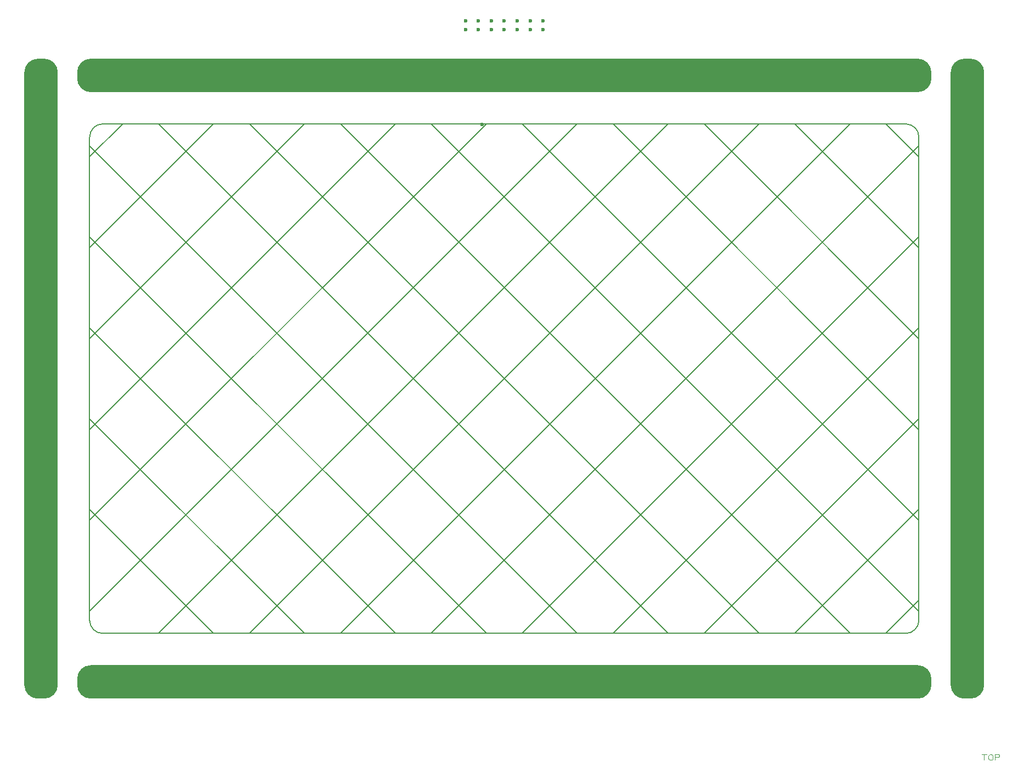
<source format=gbr>
G04 GENERATED BY PULSONIX 7.0 GERBER.DLL 4573*
%INHILLSTAR_140X90_EL_V1_0*%
%LNGERBER_TOP*%
%FSLAX33Y33*%
%IPPOS*%
%LPD*%
%OFA0B0*%
%MOMM*%
%ADD15C,0.125*%
%ADD180C,0.600*%
%ADD345C,0.150*%
X0Y0D02*
D02*
D15*
X205483Y67608D02*
X205483Y68490D01*
X205116D02*
X205851Y68490D01*
X206128Y67902D02*
X206128Y68196D01*
X206202Y68343*
X206275Y68416*
X206422Y68490*
X206569*
X206716Y68416*
X206790Y68343*
X206863Y68196*
Y67902*
X206790Y67755*
X206716Y67681*
X206569Y67608*
X206422*
X206275Y67681*
X206202Y67755*
X206128Y67902*
X207141Y67608D02*
X207141Y68490D01*
X207655*
X207802Y68416*
X207876Y68269*
X207802Y68122*
X207655Y68049*
X207141*
D02*
D180*
X61966Y161012D03*
X125416Y180412D03*
Y181812D03*
X127416Y180412D03*
Y181812D03*
X128016Y165812D03*
X129416Y175412D03*
Y180412D03*
Y181812D03*
X131416Y180412D03*
Y181812D03*
X132416Y81812D03*
X133416Y180412D03*
Y181812D03*
X135416Y180412D03*
Y181812D03*
X137416Y180412D03*
Y181812D03*
X200866Y161012D03*
D02*
D345*
X60416Y175847D02*
X59416D01*
G75*
G03X57416Y173847J-2000*
G01*
Y79177*
G75*
G03X59416Y77177I2000*
G01*
X60416*
G75*
G03X62416Y79177J2000*
G01*
Y173847*
G75*
G03X60416Y175847I-2000*
G01*
G36*
X59416*
G75*
G03X57416Y173847J-2000*
G01*
Y79177*
G75*
G03X59416Y77177I2000*
G01*
X60416*
G75*
G03X62416Y79177J2000*
G01*
Y173847*
G75*
G03X60416Y175847I-2000*
G01*
G37*
X65566Y80177D02*
Y79177D01*
G75*
G03X67566Y77177I2000*
G01*
X195266*
G75*
G03X197266Y79177J2000*
G01*
Y80177*
G75*
G03X195266Y82177I-2000*
G01*
X67566*
G75*
G03X65566Y80177J-2000*
G01*
G36*
Y79177*
G75*
G03X67566Y77177I2000*
G01*
X195266*
G75*
G03X197266Y79177J2000*
G01*
Y80177*
G75*
G03X195266Y82177I-2000*
G01*
X67566*
G75*
G03X65566Y80177J-2000*
G01*
G37*
Y173847D02*
Y172847D01*
G75*
G03X67566Y170847I2000*
G01*
X195266*
G75*
G03X197266Y172847J2000*
G01*
Y173847*
G75*
G03X195266Y175847I-2000*
G01*
X67566*
G75*
G03X65566Y173847J-2000*
G01*
G36*
Y172847*
G75*
G03X67566Y170847I2000*
G01*
X195266*
G75*
G03X197266Y172847J2000*
G01*
Y173847*
G75*
G03X195266Y175847I-2000*
G01*
X67566*
G75*
G03X65566Y173847J-2000*
G01*
G37*
X69416Y165847D02*
G75*
G03X67416Y163847J-2000D01*
G01*
Y89177*
G75*
G03X69416Y87177I2000*
G01*
X193416*
G75*
G03X195416Y89177J2000*
G01*
Y163847*
G75*
G03X193416Y165847I-2000*
G01*
X69416*
X190327Y87177D02*
X195416Y92265D01*
X176292Y87177D02*
X195416Y106300D01*
X162257Y87177D02*
X195416Y120336D01*
X148222Y87177D02*
X195416Y134371D01*
X134186Y87177D02*
X195416Y148406D01*
X120151Y87177D02*
X195416Y162441D01*
X106116Y87177D02*
X184786Y165847D01*
X92081Y87177D02*
X170751Y165847D01*
X78045Y87177D02*
X156715Y165847D01*
X67416Y90583D02*
X142680Y165847D01*
X67416Y104618D02*
X128645Y165847D01*
X67416Y118653D02*
X114610Y165847D01*
X67416Y132688D02*
X100574Y165847D01*
X67416Y146724D02*
X86539Y165847D01*
X67416Y160759D02*
X72504Y165847D01*
X86539Y87177D02*
X67416Y106300D01*
X100574Y87177D02*
X67416Y120336D01*
X114610Y87177D02*
X67416Y134371D01*
X128645Y87177D02*
X67416Y148406D01*
X142680Y87177D02*
X67416Y162441D01*
X156715Y87177D02*
X78045Y165847D01*
X170751Y87177D02*
X92081Y165847D01*
X184786Y87177D02*
X106116Y165847D01*
X195416Y90583D02*
X120151Y165847D01*
X195416Y104618D02*
X134186Y165847D01*
X195416Y118653D02*
X148222Y165847D01*
X195416Y132688D02*
X162257Y165847D01*
X195416Y146724D02*
X176292Y165847D01*
X195416Y160759D02*
X190327Y165847D01*
X200416Y173847D02*
Y79177D01*
G75*
G03X202416Y77177I2000*
G01*
X203416*
G75*
G03X205416Y79177J2000*
G01*
Y173847*
G75*
G03X203416Y175847I-2000*
G01*
X202416*
G75*
G03X200416Y173847J-2000*
G01*
G36*
Y79177*
G75*
G03X202416Y77177I2000*
G01*
X203416*
G75*
G03X205416Y79177J2000*
G01*
Y173847*
G75*
G03X203416Y175847I-2000*
G01*
X202416*
G75*
G03X200416Y173847J-2000*
G01*
G37*
X0Y0D02*
M02*

</source>
